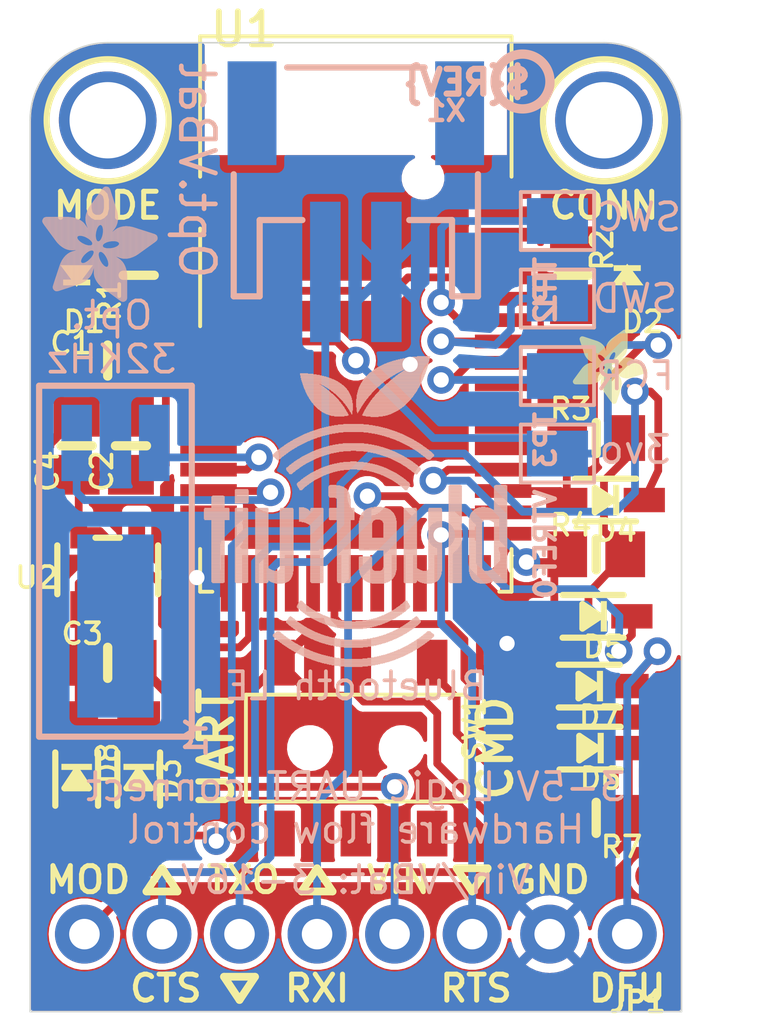
<source format=kicad_pcb>
(kicad_pcb (version 20221018) (generator pcbnew)
  (layers (0 "F.Cu" signal) (31 "B.Cu" signal) (34 "B.Paste" user) (35 "F.Paste" user) (36 "B.SilkS" user "B.Silkscreen") (37 "F.SilkS" user "F.Silkscreen") (38 "B.Mask" user) (39 "F.Mask" user) (44 "Edge.Cuts" user))
  (net 0 "")
  (net 1 "DCC")
  (net 2 "DEC2")
  (net 3 "SWCLK")
  (net 4 "SWDIO/RST_3V")
  (net 5 "GND")
  (net 6 "3.3V")
  (net 7 "VIN")
  (net 8 "CONNECTED_LED")
  (net 9 "N$5")
  (net 10 "N$6")
  (net 11 "DFU_3V")
  (net 12 "N$1")
  (net 13 "N$2")
  (net 14 "CTS_3V")
  (net 15 "RXD_3V")
  (net 16 "FCTRYRST_3V")
  (net 17 "RTS_O")
  (net 18 "TX_O")
  (net 19 "RXD_5V")
  (net 20 "CTS_5V")
  (net 21 "VBAT")
  (net 22 "MODE_LED")
  (net 23 "N$4")
  (net 24 "MODE_5V")
  (net 25 "DFU_5V")
  (net 26 "MODE_3V")
  (net 27 "N$3")
  (footprint "working:SOD-123" (layer "F.Cu") (at 141.3891 113.2586 -90)
    (fp_text reference "D3")
    (fp_text value "MBR120")
  )
  (footprint "working:CHIPLED_0805_NOOUTLINE" (layer "F.Cu") (at 157.3911 96.7486)
    (fp_text reference "D2")
    (fp_text value "GREEN")
  )
  (footprint "working:SOD-323" (layer "F.Cu") (at 156.1719 112.2426 180)
    (fp_text reference "D6")
    (fp_text value "1n4148")
  )
  (footprint "working:0805-NO" (layer "F.Cu") (at 141.1351 102.3366 90)
    (fp_text reference "C2")
    (fp_text value "1uF")
  )
  (footprint "working:ADAFRUIT_2.5MM" (layer "F.Cu") (at 155.6131 98.5266 -90)
    (fp_text reference "U$26" hide)
    (fp_text value "" hide)
  )
  (footprint "working:SOD-323" (layer "F.Cu") (at 156.6799 104.1146 180)
    (fp_text reference "D4")
    (fp_text value "1n4148")
  )
  (footprint "working:0805-NO" (layer "F.Cu") (at 139.3571 102.3366 90)
    (fp_text reference "C4")
    (fp_text value "10uF")
  )
  (footprint "working:0805-NO" (layer "F.Cu") (at 140.3731 99.5426 180)
    (fp_text reference "C1")
    (fp_text value "1uF")
  )
  (footprint "working:0805-NO" (layer "F.Cu") (at 156.3751 105.8926)
    (fp_text reference "R4")
    (fp_text value "100K")
  )
  (footprint "working:0805-NO" (layer "F.Cu") (at 156.3751 114.5286 180)
    (fp_text reference "R7")
    (fp_text value "2K")
  )
  (footprint "working:SOT23-5" (layer "F.Cu") (at 140.3731 106.4006)
    (fp_text reference "U2")
    (fp_text value "MIC5225-3.3")
  )
  (footprint "working:FIDUCIAL_1MM" (layer "F.Cu") (at 158.1531 116.4336)
    (fp_text reference "FID1" hide)
    (fp_text value "FIDUCIAL\"\"" hide)
  )
  (footprint "working:MOUNTINGHOLE_2.5_PLATED" (layer "F.Cu") (at 156.6291 91.6686)
    (fp_text reference "U$28" hide)
    (fp_text value "MOUNTINGHOLE2.5" hide)
  )
  (footprint "working:SOD-123" (layer "F.Cu") (at 139.3571 113.2586 -90)
    (fp_text reference "D8")
    (fp_text value "MBR120")
  )
  (footprint "working:CHIPLED_0805_NOOUTLINE" (layer "F.Cu") (at 139.3571 96.7486 180)
    (fp_text reference "D1")
    (fp_text value "RED")
  )
  (footprint "working:SOD-323" (layer "F.Cu") (at 156.2735 107.9246 180)
    (fp_text reference "D5")
    (fp_text value "1n4148")
  )
  (footprint "working:0805-NO" (layer "F.Cu") (at 156.3751 102.0826)
    (fp_text reference "R3")
    (fp_text value "100K")
  )
  (footprint "working:0805-NO" (layer "F.Cu") (at 155.6131 96.7486 -90)
    (fp_text reference "R2")
    (fp_text value "1K")
  )
  (footprint "working:1X08_ROUND_76" (layer "F.Cu") (at 148.5011 118.3386 180)
    (fp_text reference "JP1")
    (fp_text value "")
  )
  (footprint "working:0805-NO" (layer "F.Cu") (at 140.3731 109.4486)
    (fp_text reference "C3")
    (fp_text value "10uF")
  )
  (footprint "working:BLE_MODULE_RAYTAC_MDBT40" (layer "F.Cu") (at 148.5011 98.0186)
    (fp_text reference "U1")
    (fp_text value "")
  )
  (footprint "working:MOUNTINGHOLE_2.5_PLATED" (layer "F.Cu") (at 140.3731 91.6686)
    (fp_text reference "U$29" hide)
    (fp_text value "MOUNTINGHOLE2.5" hide)
  )
  (footprint "working:FIDUCIAL_1MM" (layer "F.Cu") (at 144.5641 96.1136)
    (fp_text reference "FID2" hide)
    (fp_text value "FIDUCIAL\"\"" hide)
  )
  (footprint "working:EG1390" (layer "F.Cu") (at 148.5011 112.2426 180)
    (fp_text reference "SW1")
    (fp_text value "EG1319")
  )
  (footprint "working:SOD-323" (layer "F.Cu") (at 156.1465 110.2106 180)
    (fp_text reference "D7")
    (fp_text value "1n4148")
  )
  (footprint "working:0805-NO" (layer "F.Cu") (at 141.3891 96.7486 90)
    (fp_text reference "R1")
    (fp_text value "1K")
  )
  (footprint "working:PAD-1.5X2.0" (layer "B.Cu") (at 155.1051 97.5106 90)
    (fp_text reference "TP2")
    (fp_text value "SWDIO")
  )
  (footprint "working:PCBFEAT-REV-040" (layer "B.Cu") (at 153.9621 90.3986 180)
    (fp_text reference "U$24" hide)
    (fp_text value "" hide)
  )
  (footprint "working:BLUEFRUITLOGO_100MM" (layer "B.Cu") (at 153.4541 109.5756 180)
    (fp_text reference "U$9" hide)
    (fp_text value "" hide)
  )
  (footprint "working:PAD-1.5X2.0" (layer "B.Cu") (at 155.1051 102.5906 -90)
    (fp_text reference "VTREF0")
    (fp_text value "FCTRST")
  )
  (footprint "working:JSTPH2" (layer "B.Cu") (at 148.5011 92.9386 180)
    (fp_text reference "X1")
    (fp_text value "JST 2PH")
  )
  (footprint "working:ADAFRUIT_3.5MM" (layer "B.Cu") (at 138.2141 97.6376 90)
    (fp_text reference "U$25" hide)
    (fp_text value "" hide)
  )
  (footprint "working:CRYSTAL_CYL_2X6MM_SMT" (layer "B.Cu") (at 140.6271 104.3686 90)
    (fp_text reference "Y1")
    (fp_text value "32.768kHz (535-9166-2-ND)")
  )
  (footprint "working:PAD-1.5X2.0" (layer "B.Cu") (at 155.1051 100.0506 -90)
    (fp_text reference "TP3")
    (fp_text value "FCTRST")
  )
  (footprint "working:PAD-1.5X2.0" (layer "B.Cu") (at 155.1051 94.9706 -90)
    (fp_text reference "TP1")
    (fp_text value "SWCLK")
  )
  (gr_line (start 142.1511 116.1796) (end 142.6591 116.9416) (stroke (width 0.254)) (layer "F.SilkS"))
  (gr_line (start 141.6431 116.9416) (end 142.1511 116.1796) (stroke (width 0.254)) (layer "F.SilkS"))
  (gr_line (start 147.2311 116.1796) (end 147.7391 116.9416) (stroke (width 0.254)) (layer "F.SilkS"))
  (gr_line (start 144.1831 119.7356) (end 145.1991 119.7356) (stroke (width 0.254)) (layer "F.SilkS"))
  (gr_line (start 146.7231 116.9416) (end 147.2311 116.1796) (stroke (width 0.254)) (layer "F.SilkS"))
  (gr_line (start 152.3111 116.9416) (end 151.8031 116.1796) (stroke (width 0.254)) (layer "F.SilkS"))
  (gr_line (start 151.8031 116.1796) (end 152.8191 116.1796) (stroke (width 0.254)) (layer "F.SilkS"))
  (gr_line (start 142.6591 116.9416) (end 141.6431 116.9416) (stroke (width 0.254)) (layer "F.SilkS"))
  (gr_line (start 147.7391 116.9416) (end 146.7231 116.9416) (stroke (width 0.254)) (layer "F.SilkS"))
  (gr_line (start 152.8191 116.1796) (end 152.3111 116.9416) (stroke (width 0.254)) (layer "F.SilkS"))
  (gr_line (start 144.6911 120.4976) (end 144.1831 119.7356) (stroke (width 0.254)) (layer "F.SilkS"))
  (gr_line (start 145.1991 119.7356) (end 144.6911 120.4976) (stroke (width 0.254)) (layer "F.SilkS"))
  (gr_arc (start 137.8331 91.6686) (mid 138.577049 89.872549) (end 140.3731 89.1286) (stroke (width 0.05)) (layer "Edge.Cuts"))
  (gr_line (start 159.1691 120.8786) (end 137.8331 120.8786) (stroke (width 0.05)) (layer "Edge.Cuts"))
  (gr_line (start 140.3731 89.1286) (end 156.6291 89.1286) (stroke (width 0.05)) (layer "Edge.Cuts"))
  (gr_line (start 137.8331 120.8786) (end 137.8331 91.6686) (stroke (width 0.05)) (layer "Edge.Cuts"))
  (gr_line (start 159.1691 91.6686) (end 159.1691 120.8786) (stroke (width 0.05)) (layer "Edge.Cuts"))
  (gr_arc (start 156.6291 89.1286) (mid 158.425151 89.872549) (end 159.1691 91.6686) (stroke (width 0.05)) (layer "Edge.Cuts"))
  (gr_text "Bluetooth LE" (at 148.5011 110.2106) (layer "B.SilkS") (effects (font (size 0.89408 0.89408) (thickness 0.12192)) (justify mirror)))
  (gr_text "3vo" (at 157.6451 102.4636) (layer "B.SilkS") (effects (font (size 0.89408 0.89408) (thickness 0.12192)) (justify mirror)))
  (gr_text "FCR" (at 157.6451 100.0506) (layer "B.SilkS") (effects (font (size 0.89408 0.89408) (thickness 0.12192)) (justify mirror)))
  (gr_text "Hardware flow control" (at 148.5011 114.9096) (layer "B.SilkS") (effects (font (size 0.89408 0.89408) (thickness 0.12192)) (justify mirror)))
  (gr_text "3-5V Logic UART connect" (at 148.5011 113.5126) (layer "B.SilkS") (effects (font (size 0.89408 0.89408) (thickness 0.12192)) (justify mirror)))
  (gr_text "Vin/VBat: 3-16V" (at 148.5011 116.5606) (layer "B.SilkS") (effects (font (size 0.89408 0.89408) (thickness 0.12192)) (justify mirror)))
  (gr_text "SWD" (at 157.6451 97.5106) (layer "B.SilkS") (effects (font (size 0.89408 0.89408) (thickness 0.12192)) (justify mirror)))
  (gr_text "SWC" (at 157.7721 94.8436) (layer "B.SilkS") (effects (font (size 0.89408 0.89408) (thickness 0.12192)) (justify mirror)))
  (gr_text "Opt.VBat" (at 143.2941 93.3196 -90) (layer "B.SilkS") (effects (font (size 1.1176 1.1176) (thickness 0.1524)) (justify mirror)))
  (gr_text "Opt.\n32KHz" (at 140.5001 98.7806) (layer "B.SilkS") (effects (font (size 0.89408 0.89408) (thickness 0.12192)) (justify mirror)))
  (gr_text "CMD" (at 153.0731 112.2426 90) (layer "F.SilkS") (effects (font (size 1.0668 1.0668) (thickness 0.2032))))
  (gr_text "TXO" (at 144.8181 116.5606) (layer "F.SilkS") (effects (font (size 0.85344 0.85344) (thickness 0.16256))))
  (gr_text "RXI" (at 147.2311 120.1166) (layer "F.SilkS") (effects (font (size 0.85344 0.85344) (thickness 0.16256))))
  (gr_text "CONN" (at 156.6291 94.4626) (layer "F.SilkS") (effects (font (size 0.85344 0.85344) (thickness 0.16256))))
  (gr_text "MODE" (at 140.3731 94.4626) (layer "F.SilkS") (effects (font (size 0.85344 0.85344) (thickness 0.16256))))
  (gr_text "DFU" (at 157.3911 120.1166) (layer "F.SilkS") (effects (font (size 0.85344 0.85344) (thickness 0.16256))))
  (gr_text "MOD" (at 139.7381 116.5606) (layer "F.SilkS") (effects (font (size 0.85344 0.85344) (thickness 0.16256))))
  (gr_text "RTS" (at 152.4381 120.1166) (layer "F.SilkS") (effects (font (size 0.85344 0.85344) (thickness 0.16256))))
  (gr_text "VIN" (at 149.8981 116.5606) (layer "F.SilkS") (effects (font (size 0.85344 0.85344) (thickness 0.16256))))
  (gr_text "GND" (at 154.8511 116.5606) (layer "F.SilkS") (effects (font (size 0.85344 0.85344) (thickness 0.16256))))
  (gr_text "CTS" (at 142.2781 120.1166) (layer "F.SilkS") (effects (font (size 0.85344 0.85344) (thickness 0.16256))))
  (gr_text "UART" (at 143.9291 112.2426 90) (layer "F.SilkS") (effects (font (size 1.0668 1.0668) (thickness 0.2032))))
  (segment (start 153.3261 98.2186) (end 151.8761 98.2186) (width 0.254) (layer "F.Cu") (net 3))
  (segment (start 151.8761 98.2186) (end 151.2951 97.6376) (width 0.254) (layer "F.Cu") (net 3))
  (via (at 151.2951 97.6376) (size 0.9064) (drill 0.5) (layers "F.Cu" "B.Cu") (net 3))
  (segment (start 151.5491 94.9706) (end 151.2951 95.2246) (width 0.254) (layer "B.Cu") (net 3))
  (segment (start 151.2951 95.2246) (end 151.2951 97.6376) (width 0.254) (layer "B.Cu") (net 3))
  (segment (start 155.1051 94.9706) (end 151.5491 94.9706) (width 0.254) (layer "B.Cu") (net 3))
  (segment (start 151.4111 98.9186) (end 151.2951 98.9076) (width 0.254) (layer "F.Cu") (net 4))
  (segment (start 153.3261 98.9186) (end 151.4111 98.9186) (width 0.254) (layer "F.Cu") (net 4))
  (via (at 151.2951 98.9076) (size 0.9064) (drill 0.5) (layers "F.Cu" "B.Cu") (net 4))
  (segment (start 153.0731 99.0346) (end 153.5811 98.5266) (width 0.254) (layer "B.Cu") (net 4))
  (segment (start 153.5811 97.7646) (end 153.8351 97.5106) (width 0.254) (layer "B.Cu") (net 4))
  (segment (start 153.8351 97.5106) (end 155.1051 97.5106) (width 0.254) (layer "B.Cu") (net 4))
  (segment (start 151.2951 98.9076) (end 153.0731 99.0346) (width 0.254) (layer "B.Cu") (net 4))
  (segment (start 153.5811 98.5266) (end 153.5811 97.7646) (width 0.254) (layer "B.Cu") (net 4))
  (segment (start 141.1351 108.9406) (end 141.1351 109.2606) (width 0.254) (layer "F.Cu") (net 5))
  (segment (start 140.3731 107.7007) (end 140.3731 108.1786) (width 0.254) (layer "F.Cu") (net 5))
  (segment (start 141.1351 109.2606) (end 141.3231 109.4486) (width 0.254) (layer "F.Cu") (net 5))
  (segment (start 140.3731 108.1786) (end 141.1351 108.9406) (width 0.254) (layer "F.Cu") (net 5))
  (segment (start 143.4831 106.8436) (end 143.2941 106.6546) (width 0.254) (layer "F.Cu") (net 5))
  (segment (start 144.3011 106.8436) (end 143.4831 106.8436) (width 0.254) (layer "F.Cu") (net 5))
  (via (at 143.2941 106.6546) (size 0.9064) (drill 0.5) (layers "F.Cu" "B.Cu") (net 5))
  (via (at 153.4541 108.8136) (size 0.9064) (drill 0.5) (layers "F.Cu" "B.Cu") (net 5))
  (via (at 150.2791 99.6696) (size 0.9064) (drill 0.5) (layers "F.Cu" "B.Cu") (net 5))
  (segment (start 156.7561 101.5136) (end 156.7561 100.1776) (width 0.254) (layer "F.Cu") (net 6))
  (segment (start 142.0131 98.9186) (end 141.3231 99.5426) (width 0.254) (layer "F.Cu") (net 6))
  (segment (start 156.1211 107.1626) (end 156.2481 107.0356) (width 0.254) (layer "F.Cu") (net 6))
  (segment (start 157.3251 102.7836) (end 157.3251 102.0826) (width 0.254) (layer "F.Cu") (net 6))
  (segment (start 140.3731 105.8926) (end 140.3731 105.3846) (width 0.254) (layer "F.Cu") (net 6))
  (segment (start 140.3731 105.3846) (end 140.1191 105.1306) (width 0.254) (layer "F.Cu") (net 6))
  (segment (start 140.6271 106.1466) (end 140.3731 105.8926) (width 0.254) (layer "F.Cu") (net 6))
  (segment (start 151.8031 111.7346) (end 151.8031 110.5916) (width 0.254) (layer "F.Cu") (net 6))
  (segment (start 141.8971 103.3526) (end 141.1351 103.2866) (width 0.254) (layer "F.Cu") (net 6))
  (segment (start 140.1191 105.1306) (end 139.4532 105.1306) (width 0.254) (layer "F.Cu") (net 6))
  (segment (start 141.1351 103.2866) (end 139.3571 103.2866) (width 0.254) (layer "F.Cu") (net 6))
  (segment (start 139.4231 105.1005) (end 139.4231 103.4186) (width 0.254) (layer "F.Cu") (net 6))
  (segment (start 156.1211 113.2586) (end 153.3271 113.2586) (width 0.254) (layer "F.Cu") (net 6))
  (segment (start 156.6291 103.4796) (end 157.3251 102.7836) (width 0.254) (layer "F.Cu") (net 6))
  (segment (start 141.3891 106.1466) (end 140.6271 106.1466) (width 0.254) (layer "F.Cu") (net 6))
  (segment (start 151.1681 109.9566) (end 150.9951 109.8296) (width 0.254) (layer "F.Cu") (net 6))
  (segment (start 144.6911 108.9406) (end 142.9131 108.9406) (width 0.254) (layer "F.Cu") (net 6))
  (segment (start 139.4532 105.1306) (end 139.4231 105.1005) (width 0.254) (layer "F.Cu") (net 6))
  (segment (start 156.6291 105.1306) (end 157.3251 105.8926) (width 0.254) (layer "F.Cu") (net 6))
  (segment (start 139.4231 103.4186) (end 139.3571 103.2866) (width 0.254) (layer "F.Cu") (net 6))
  (segment (start 142.1511 106.9086) (end 141.3891 106.1466) (width 0.254) (layer "F.Cu") (net 6))
  (segment (start 142.2781 102.9716) (end 141.8971 103.3526) (width 0.254) (layer "F.Cu") (net 6))
  (segment (start 157.3251 102.0826) (end 156.7561 101.5136) (width 0.254) (layer "F.Cu") (net 6))
  (segment (start 145.0011 106.8436) (end 145.0011 108.6306) (width 0.254) (layer "F.Cu") (net 6))
  (segment (start 143.6761 98.9186) (end 147.8771 98.9186) (width 0.254) (layer "F.Cu") (net 6))
  (segment (start 156.7561 100.1776) (end 157.8991 99.0346) (width 0.254) (layer "F.Cu") (net 6))
  (segment (start 141.3231 99.5426) (end 142.2781 100.4316) (width 0.254) (layer "F.Cu") (net 6))
  (segment (start 143.6761 98.9186) (end 142.0131 98.9186) (width 0.254) (layer "F.Cu") (net 6))
  (segment (start 150.9951 109.8296) (end 151.0011 109.4426) (width 0.254) (layer "F.Cu") (net 6))
  (segment (start 147.8771 98.9186) (end 148.5011 99.5426) (width 0.254) (layer "F.Cu") (net 6))
  (segment (start 157.8991 99.0346) (end 158.4071 99.0346) (width 0.254) (layer "F.Cu") (net 6))
  (segment (start 156.6291 103.4796) (end 156.6291 105.1306) (width 0.254) (layer "F.Cu") (net 6))
  (segment (start 151.8031 110.5916) (end 151.1681 109.9566) (width 0.254) (layer "F.Cu") (net 6))
  (segment (start 142.2781 100.4316) (end 142.2781 102.9716) (width 0.254) (layer "F.Cu") (net 6))
  (segment (start 142.1511 108.1786) (end 142.1511 106.9086) (width 0.254) (layer "F.Cu") (net 6))
  (segment (start 156.2481 107.0356) (end 157.3251 105.8926) (width 0.254) (layer "F.Cu") (net 6))
  (segment (start 145.0011 108.6306) (end 144.6911 108.9406) (width 0.254) (layer "F.Cu") (net 6))
  (segment (start 153.3271 113.2586) (end 151.8031 111.7346) (width 0.254) (layer "F.Cu") (net 6))
  (segment (start 142.9131 108.9406) (end 142.1511 108.1786) (width 0.254) (layer "F.Cu") (net 6))
  (segment (start 156.1211 107.1626) (end 156.1211 113.2586) (width 0.254) (layer "F.Cu") (net 6))
  (via (at 158.4071 99.0346) (size 0.9064) (drill 0.5) (layers "F.Cu" "B.Cu") (net 6))
  (via (at 148.5011 99.5426) (size 0.9064) (drill 0.5) (layers "F.Cu" "B.Cu") (net 6))
  (segment (start 156.5021 102.5906) (end 156.7561 102.3366) (width 0.254) (layer "B.Cu") (net 6))
  (segment (start 156.7561 99.5426) (end 157.2641 99.0346) (width 0.254) (layer "B.Cu") (net 6))
  (segment (start 157.2641 99.0346) (end 158.4071 99.0346) (width 0.254) (layer "B.Cu") (net 6))
  (segment (start 155.1051 102.5906) (end 156.5021 102.5906) (width 0.254) (layer "B.Cu") (net 6))
  (segment (start 154.5971 102.0826) (end 155.1051 102.5906) (width 0.254) (layer "B.Cu") (net 6))
  (segment (start 156.7561 102.3366) (end 156.7561 99.5426) (width 0.254) (layer "B.Cu") (net 6))
  (segment (start 148.5011 99.5426) (end 151.0411 102.0826) (width 0.254) (layer "B.Cu") (net 6))
  (segment (start 151.0411 102.0826) (end 154.5971 102.0826) (width 0.254) (layer "B.Cu") (net 6))
  (segment (start 139.3571 115.1086) (end 139.3571 114.5286) (width 0.254) (layer "F.Cu") (net 7))
  (segment (start 140.3731 113.5126) (end 149.7711 113.5126) (width 0.254) (layer "F.Cu") (net 7))
  (segment (start 139.3571 114.5286) (end 140.3731 113.5126) (width 0.254) (layer "F.Cu") (net 7))
  (segment (start 149.5171 113.2586) (end 149.7711 113.5126) (width 0.254) (layer "F.Cu") (net 7))
  (via (at 149.7711 113.5126) (size 0.9064) (drill 0.5) (layers "F.Cu" "B.Cu") (net 7))
  (segment (start 149.7711 113.5126) (end 149.7711 118.3386) (width 0.254) (layer "B.Cu") (net 7))
  (segment (start 153.3261 96.1186) (end 155.2271 96.1186) (width 0.254) (layer "F.Cu") (net 8))
  (segment (start 155.2271 96.1186) (end 155.6131 95.7986) (width 0.254) (layer "F.Cu") (net 8))
  (segment (start 139.3571 95.6986) (end 141.3551 95.6986) (width 0.254) (layer "F.Cu") (net 9))
  (segment (start 141.3551 95.6986) (end 141.3891 95.7986) (width 0.254) (layer "F.Cu") (net 9))
  (segment (start 157.3571 97.7646) (end 157.3911 97.7986) (width 0.254) (layer "F.Cu") (net 10))
  (segment (start 155.6131 97.6986) (end 157.3571 97.7646) (width 0.254) (layer "F.Cu") (net 10))
  (segment (start 154.3431 109.9566) (end 154.5971 110.2106) (width 0.254) (layer "F.Cu") (net 11))
  (segment (start 152.5651 108.5342) (end 152.5651 109.5756) (width 0.254) (layer "F.Cu") (net 11))
  (segment (start 153.2001 110.2106) (end 154.8765 110.2106) (width 0.254) (layer "F.Cu") (net 11))
  (segment (start 152.0011 107.9702) (end 152.5651 108.5342) (width 0.254) (layer "F.Cu") (net 11))
  (segment (start 152.0011 106.8436) (end 152.0011 107.9702) (width 0.254) (layer "F.Cu") (net 11))
  (segment (start 152.5651 109.5756) (end 153.2001 110.2106) (width 0.254) (layer "F.Cu") (net 11))
  (segment (start 154.5971 110.2106) (end 154.8765 110.2106) (width 0.254) (layer "F.Cu") (net 11))
  (segment (start 144.9251 103.1186) (end 145.3261 102.7176) (width 0.254) (layer "F.Cu") (net 12))
  (segment (start 143.6761 103.1186) (end 144.9251 103.1186) (width 0.254) (layer "F.Cu") (net 12))
  (via (at 145.3261 102.7176) (size 0.9064) (drill 0.5) (layers "F.Cu" "B.Cu") (net 12))
  (segment (start 145.3261 102.7176) (end 141.8971 102.7176) (width 0.254) (layer "B.Cu") (net 12))
  (segment (start 141.8971 102.7176) (end 141.8971 102.2436) (width 0.254) (layer "B.Cu") (net 12))
  (segment (start 143.6761 103.8186) (end 145.6651 103.8186) (width 0.254) (layer "F.Cu") (net 13))
  (segment (start 145.6651 103.8186) (end 145.7071 103.8606) (width 0.254) (layer "F.Cu") (net 13))
  (via (at 145.7071 103.8606) (size 0.9064) (drill 0.5) (layers "F.Cu" "B.Cu") (net 13))
  (segment (start 139.6111 104.1146) (end 139.3571 103.8606) (width 0.254) (layer "B.Cu") (net 13))
  (segment (start 145.7071 103.8606) (end 145.4531 104.1146) (width 0.254) (layer "B.Cu") (net 13))
  (segment (start 139.3571 103.8606) (end 139.3571 102.2436) (width 0.254) (layer "B.Cu") (net 13))
  (segment (start 145.4531 104.1146) (end 139.6111 104.1146) (width 0.254) (layer "B.Cu") (net 13))
  (segment (start 153.3261 103.8186) (end 155.1979 103.8186) (width 0.254) (layer "F.Cu") (net 14))
  (segment (start 155.1979 103.8186) (end 155.4099 104.1146) (width 0.254) (layer "F.Cu") (net 14))
  (segment (start 155.4099 102.1334) (end 155.4251 102.0826) (width 0.254) (layer "F.Cu") (net 14))
  (segment (start 155.4099 104.1146) (end 155.4099 102.1334) (width 0.254) (layer "F.Cu") (net 14))
  (segment (start 155.4251 105.8926) (end 155.0035 106.2482) (width 0.254) (layer "F.Cu") (net 15))
  (segment (start 155.0035 106.2482) (end 154.9019 106.1466) (width 0.254) (layer "F.Cu") (net 15))
  (segment (start 151.5291 103.1186) (end 151.0411 103.4796) (width 0.254) (layer "F.Cu") (net 15))
  (segment (start 153.3261 103.1186) (end 151.5291 103.1186) (width 0.254) (layer "F.Cu") (net 15))
  (segment (start 154.9019 106.1466) (end 154.0891 106.1466) (width 0.254) (layer "F.Cu") (net 15))
  (segment (start 155.0035 106.2482) (end 155.0035 107.9246) (width 0.254) (layer "F.Cu") (net 15))
  (via (at 154.0891 106.1466) (size 0.9064) (drill 0.5) (layers "F.Cu" "B.Cu") (net 15))
  (via (at 151.0411 103.4796) (size 0.9064) (drill 0.5) (layers "F.Cu" "B.Cu") (net 15))
  (segment (start 151.0411 103.4796) (end 152.1841 103.4796) (width 0.254) (layer "B.Cu") (net 15))
  (segment (start 152.1841 103.4796) (end 153.3271 104.6226) (width 0.254) (layer "B.Cu") (net 15))
  (segment (start 153.3271 105.3846) (end 154.0891 106.1466) (width 0.254) (layer "B.Cu") (net 15))
  (segment (start 153.3271 104.6226) (end 153.3271 105.3846) (width 0.254) (layer "B.Cu") (net 15))
  (segment (start 153.3261 99.6186) (end 152.2351 99.6186) (width 0.254) (layer "F.Cu") (net 16))
  (segment (start 152.2351 99.6186) (end 151.6761 100.1776) (width 0.254) (layer "F.Cu") (net 16))
  (segment (start 151.6761 100.1776) (end 151.2951 100.1776) (width 0.254) (layer "F.Cu") (net 16))
  (via (at 151.2951 100.1776) (size 0.9064) (drill 0.5) (layers "F.Cu" "B.Cu") (net 16))
  (segment (start 155.1051 100.0506) (end 154.9781 100.1776) (width 0.254) (layer "B.Cu") (net 16))
  (segment (start 154.9781 100.1776) (end 151.2951 100.1776) (width 0.254) (layer "B.Cu") (net 16))
  (segment (start 153.3261 105.2186) (end 151.3831 105.2186) (width 0.254) (layer "F.Cu") (net 17))
  (segment (start 151.3831 105.2186) (end 151.2951 105.2576) (width 0.254) (layer "F.Cu") (net 17))
  (via (at 151.2951 105.2576) (size 0.9064) (drill 0.5) (layers "F.Cu" "B.Cu") (net 17))
  (segment (start 152.3111 118.3386) (end 152.3111 109.1946) (width 0.254) (layer "B.Cu") (net 17))
  (segment (start 151.2951 108.1786) (end 151.2951 105.2576) (width 0.254) (layer "B.Cu") (net 17))
  (segment (start 152.3111 109.1946) (end 151.2951 108.1786) (width 0.254) (layer "B.Cu") (net 17))
  (segment (start 150.1521 103.9876) (end 150.5331 104.3686) (width 0.254) (layer "F.Cu") (net 18))
  (segment (start 151.8031 104.3686) (end 151.9531 104.5186) (width 0.254) (layer "F.Cu") (net 18))
  (segment (start 148.8821 103.9876) (end 150.1521 103.9876) (width 0.254) (layer "F.Cu") (net 18))
  (segment (start 150.5331 104.3686) (end 151.8031 104.3686) (width 0.254) (layer "F.Cu") (net 18))
  (segment (start 153.3261 104.5186) (end 151.9531 104.5186) (width 0.254) (layer "F.Cu") (net 18))
  (via (at 148.8821 103.9876) (size 0.9064) (drill 0.5) (layers "F.Cu" "B.Cu") (net 18))
  (segment (start 147.4851 106.1466) (end 148.8821 104.7496) (width 0.254) (layer "B.Cu") (net 18))
  (segment (start 145.7071 115.7986) (end 145.7071 106.4006) (width 0.254) (layer "B.Cu") (net 18))
  (segment (start 145.7071 106.4006) (end 145.9611 106.1466) (width 0.254) (layer "B.Cu") (net 18))
  (segment (start 145.9611 106.1466) (end 147.4851 106.1466) (width 0.254) (layer "B.Cu") (net 18))
  (segment (start 144.6911 116.8146) (end 145.7071 115.7986) (width 0.254) (layer "B.Cu") (net 18))
  (segment (start 148.8821 104.7496) (end 148.8821 103.9876) (width 0.254) (layer "B.Cu") (net 18))
  (segment (start 144.6911 118.3386) (end 144.6911 116.8146) (width 0.254) (layer "B.Cu") (net 18))
  (segment (start 157.1371 108.9406) (end 157.1117 109.0676) (width 0.254) (layer "F.Cu") (net 19))
  (segment (start 157.5435 107.9246) (end 157.5435 108.5342) (width 0.254) (layer "F.Cu") (net 19))
  (segment (start 157.5435 108.5342) (end 157.1371 108.9406) (width 0.254) (layer "F.Cu") (net 19))
  (via (at 157.1117 109.0676) (size 0.9064) (drill 0.5) (layers "F.Cu" "B.Cu") (net 19))
  (segment (start 157.1371 107.9246) (end 157.1117 109.0676) (width 0.254) (layer "B.Cu") (net 19))
  (segment (start 147.2311 118.3386) (end 147.2311 114.0206) (width 0.254) (layer "B.Cu") (net 19))
  (segment (start 148.2471 113.0046) (end 148.2471 106.9086) (width 0.254) (layer "B.Cu") (net 19))
  (segment (start 153.4541 107.0356) (end 156.2481 107.0356) (width 0.254) (layer "B.Cu") (net 19))
  (segment (start 152.5651 104.8766) (end 152.0571 104.3686) (width 0.254) (layer "B.Cu") (net 19))
  (segment (start 152.5651 106.1466) (end 152.5651 104.8766) (width 0.254) (layer "B.Cu") (net 19))
  (segment (start 152.5651 106.1466) (end 153.4541 107.0356) (width 0.254) (layer "B.Cu") (net 19))
  (segment (start 156.2481 107.0356) (end 157.1371 107.9246) (width 0.254) (layer "B.Cu") (net 19))
  (segment (start 147.2311 114.0206) (end 148.2471 113.0046) (width 0.254) (layer "B.Cu") (net 19))
  (segment (start 152.0571 104.3686) (end 150.7871 104.3686) (width 0.254) (layer "B.Cu") (net 19))
  (segment (start 150.7871 104.3686) (end 148.2471 106.9086) (width 0.254) (layer "B.Cu") (net 19))
  (segment (start 158.4071 103.1494) (end 157.9499 104.1146) (width 0.254) (layer "F.Cu") (net 20))
  (segment (start 158.4071 100.8126) (end 158.4071 103.1494) (width 0.254) (layer "F.Cu") (net 20))
  (segment (start 158.1531 100.5586) (end 158.4071 100.8126) (width 0.254) (layer "F.Cu") (net 20))
  (segment (start 157.6451 100.5586) (end 158.1531 100.5586) (width 0.254) (layer "F.Cu") (net 20))
  (via (at 157.6451 100.5586) (size 0.9064) (drill 0.5) (layers "F.Cu" "B.Cu") (net 20))
  (segment (start 145.1991 106.1466) (end 145.7071 105.6386) (width 0.254) (layer "B.Cu") (net 20))
  (segment (start 147.2311 105.6386) (end 147.9931 104.8766) (width 0.254) (layer "B.Cu") (net 20))
  (segment (start 142.1511 116.5606) (end 142.4051 116.3066) (width 0.254) (layer "B.Cu") (net 20))
  (segment (start 157.6451 103.8606) (end 157.6451 100.5586) (width 0.254) (layer "B.Cu") (net 20))
  (segment (start 157.0101 104.4956) (end 153.9621 104.4956) (width 0.254) (layer "B.Cu") (net 20))
  (segment (start 142.1511 118.3386) (end 142.1511 116.5606) (width 0.254) (layer "B.Cu") (net 20))
  (segment (start 142.4051 116.3066) (end 144.4371 116.3066) (width 0.254) (layer "B.Cu") (net 20))
  (segment (start 147.9931 104.8766) (end 147.9931 103.6066) (width 0.254) (layer "B.Cu") (net 20))
  (segment (start 157.6451 103.8606) (end 157.0101 104.4956) (width 0.254) (layer "B.Cu") (net 20))
  (segment (start 147.9931 103.6066) (end 149.0091 102.5906) (width 0.254) (layer "B.Cu") (net 20))
  (segment (start 144.4371 116.3066) (end 145.1991 115.5446) (width 0.254) (layer "B.Cu") (net 20))
  (segment (start 149.0091 102.5906) (end 152.0571 102.5906) (width 0.254) (layer "B.Cu") (net 20))
  (segment (start 152.0571 102.5906) (end 153.9621 104.4956) (width 0.254) (layer "B.Cu") (net 20))
  (segment (start 145.1991 115.5446) (end 145.1991 106.1466) (width 0.254) (layer "B.Cu") (net 20))
  (segment (start 145.7071 105.6386) (end 147.2311 105.6386) (width 0.254) (layer "B.Cu") (net 20))
  (segment (start 143.7471 115.1086) (end 143.9291 115.2906) (width 0.254) (layer "F.Cu") (net 21))
  (segment (start 141.3891 115.1086) (end 143.7471 115.1086) (width 0.254) (layer "F.Cu") (net 21))
  (via (at 143.9291 115.2906) (size 0.9064) (drill 0.5) (layers "F.Cu" "B.Cu") (net 21))
  (segment (start 147.5011 104.6066) (end 146.9771 105.1306) (width 0.254) (layer "B.Cu") (net 21))
  (segment (start 144.4371 114.7826) (end 143.9291 115.2906) (width 0.254) (layer "B.Cu") (net 21))
  (segment (start 144.4371 105.6386) (end 144.4371 114.7826) (width 0.254) (layer "B.Cu") (net 21))
  (segment (start 144.9451 105.1306) (end 144.4371 105.6386) (width 0.254) (layer "B.Cu") (net 21))
  (segment (start 146.9771 105.1306) (end 144.9451 105.1306) (width 0.254) (layer "B.Cu") (net 21))
  (segment (start 147.5011 96.6386) (end 147.5011 104.6066) (width 0.254) (layer "B.Cu") (net 21))
  (segment (start 149.7711 97.2566) (end 142.6591 97.2566) (width 0.254) (layer "F.Cu") (net 22))
  (segment (start 150.2091 96.8186) (end 149.7711 97.2566) (width 0.254) (layer "F.Cu") (net 22))
  (segment (start 142.6591 97.2566) (end 142.1511 97.7646) (width 0.254) (layer "F.Cu") (net 22))
  (segment (start 153.3261 96.8186) (end 150.2091 96.8186) (width 0.254) (layer "F.Cu") (net 22))
  (segment (start 142.1511 97.7646) (end 141.3891 97.6986) (width 0.254) (layer "F.Cu") (net 22))
  (segment (start 148.7551 110.7186) (end 148.5011 110.4646) (width 0.254) (layer "F.Cu") (net 23))
  (segment (start 151.1681 112.7506) (end 152.9461 114.5286) (width 0.254) (layer "F.Cu") (net 23))
  (segment (start 152.9461 114.5286) (end 155.4251 114.5286) (width 0.254) (layer "F.Cu") (net 23))
  (segment (start 151.1681 111.0996) (end 150.7871 110.7186) (width 0.254) (layer "F.Cu") (net 23))
  (segment (start 148.5011 110.4646) (end 148.5011 109.4426) (width 0.254) (layer "F.Cu") (net 23))
  (segment (start 151.1681 111.0996) (end 151.1681 112.7506) (width 0.254) (layer "F.Cu") (net 23))
  (segment (start 150.7871 110.7186) (end 148.7551 110.7186) (width 0.254) (layer "F.Cu") (net 23))
  (segment (start 156.3751 116.3066) (end 157.3911 115.2906) (width 0.254) (layer "F.Cu") (net 24))
  (segment (start 157.4419 112.2426) (end 157.1371 111.9886) (width 0.254) (layer "F.Cu") (net 24))
  (segment (start 157.4419 114.2238) (end 157.4419 112.2426) (width 0.254) (layer "F.Cu") (net 24))
  (segment (start 157.3251 114.5286) (end 157.4419 114.2238) (width 0.254) (layer "F.Cu") (net 24))
  (segment (start 139.6111 118.3386) (end 141.6431 116.3066) (width 0.254) (layer "F.Cu") (net 24))
  (segment (start 157.1371 111.9886) (end 157.3911 112.2426) (width 0.254) (layer "F.Cu") (net 24))
  (segment (start 141.6431 116.3066) (end 156.3751 116.3066) (width 0.254) (layer "F.Cu") (net 24))
  (segment (start 157.3911 115.2906) (end 157.3251 114.5286) (width 0.254) (layer "F.Cu") (net 24))
  (segment (start 157.4165 110.2106) (end 158.3817 109.0676) (width 0.254) (layer "F.Cu") (net 25))
  (via (at 158.3817 109.0676) (size 0.9064) (drill 0.5) (layers "F.Cu" "B.Cu") (net 25))
  (segment (start 157.3911 110.1852) (end 158.3817 109.0676) (width 0.254) (layer "B.Cu") (net 25))
  (segment (start 157.3911 118.3386) (end 157.3911 110.1852) (width 0.254) (layer "B.Cu") (net 25))
  (segment (start 147.8011 107.9866) (end 147.9931 108.1786) (width 0.254) (layer "F.Cu") (net 26))
  (segment (start 152.0571 109.9566) (end 152.4381 110.3376) (width 0.254) (layer "F.Cu") (net 26))
  (segment (start 152.4381 111.3536) (end 153.3271 112.2426) (width 0.254) (layer "F.Cu") (net 26))
  (segment (start 153.3271 112.2426) (end 154.9019 112.2426) (width 0.254) (layer "F.Cu") (net 26))
  (segment (start 152.4381 110.3376) (end 152.4381 111.3536) (width 0.254) (layer "F.Cu") (net 26))
  (segment (start 151.5491 108.1786) (end 152.0571 108.6866) (width 0.254) (layer "F.Cu") (net 26))
  (segment (start 147.8011 106.8436) (end 147.8011 107.9866) (width 0.254) (layer "F.Cu") (net 26))
  (segment (start 152.0571 108.6866) (end 152.0571 109.9566) (width 0.254) (layer "F.Cu") (net 26))
  (segment (start 147.9931 108.1786) (end 151.5491 108.1786) (width 0.254) (layer "F.Cu") (net 26))
  (segment (start 139.4231 109.4486) (end 139.3571 109.4486) (width 0.254) (layer "F.Cu") (net 27))
  (segment (start 139.6111 106.6546) (end 141.1351 106.6546) (width 0.254) (layer "F.Cu") (net 27))
  (segment (start 139.4231 109.4486) (end 139.4231 111.3426) (width 0.254) (layer "F.Cu") (net 27))
  (segment (start 139.4231 106.8426) (end 139.6111 106.6546) (width 0.254) (layer "F.Cu") (net 27))
  (segment (start 139.3571 111.4086) (end 141.3891 111.4086) (width 0.254) (layer "F.Cu") (net 27))
  (segment (start 139.4231 107.7007) (end 139.4231 106.8426) (width 0.254) (layer "F.Cu") (net 27))
  (segment (start 141.3231 106.8426) (end 141.1351 106.6546) (width 0.254) (layer "F.Cu") (net 27))
  (segment (start 141.3231 107.7007) (end 141.3231 106.8426) (width 0.254) (layer "F.Cu") (net 27))
  (segment (start 139.4231 107.7007) (end 139.4231 109.4486) (width 0.254) (layer "F.Cu") (net 27))
  (segment (start 139.4231 111.3426) (end 139.3571 111.4086) (width 0.254) (layer "F.Cu") (net 27))
  (zone (net 5) (net_name "GND") (layer "F.Cu") (priority 6) (connect_pads (clearance 0.2032)) (min_thickness 0.127) (fill yes (thermal_gap 0.304) (thermal_bridge_width 0.304))
    (polygon (pts (xy 143.5481 92.8116) (xy 153.4541 92.8116) (xy 153.4541 89.0016) (xy 156.632937 89.0016) (xy 156.950599 89.020815) (xy 157.267411 89.078873) (xy 157.574913 89.174695) (xy 157.868625 89.306884) (xy 158.14426 89.473511) (xy 158.397802 89.672148) (xy 158.625552 89.899898) (xy 158.824189 90.15344) (xy 158.990816 90.429075) (xy 159.123005 90.722787) (xy 159.218827 91.030289) (xy 159.276885 91.347101) (xy 159.2961 91.664763) (xy 159.2961 121.0056) (xy 137.7061 121.0056) (xy 137.7061 91.664763) (xy 137.725315 91.347101) (xy 137.783373 91.030289) (xy 137.879195 90.722787) (xy 138.011384 90.429075) (xy 138.178011 90.15344) (xy 138.376648 89.899898) (xy 138.604398 89.672148) (xy 138.85794 89.473511) (xy 139.133575 89.306884) (xy 139.427287 89.174695) (xy 139.734789 89.078873) (xy 140.051601 89.020815) (xy 140.369263 89.0016) (xy 143.5481 89.0016)))
  )
  (zone (net 5) (net_name "GND") (layer "B.Cu") (priority 6) (connect_pads (clearance 0.254)) (min_thickness 0.127) (fill yes (thermal_gap 0.304) (thermal_bridge_width 0.304))
    (polygon (pts (xy 143.5481 92.8116) (xy 153.4541 92.8116) (xy 153.4541 89.0016) (xy 156.632937 89.0016) (xy 156.950599 89.020815) (xy 157.267411 89.078873) (xy 157.574913 89.174695) (xy 157.868625 89.306884) (xy 158.14426 89.473511) (xy 158.397802 89.672148) (xy 158.625552 89.899898) (xy 158.824189 90.15344) (xy 158.990816 90.429075) (xy 159.123005 90.722787) (xy 159.218827 91.030289) (xy 159.276885 91.347101) (xy 159.2961 91.664763) (xy 159.2961 121.0056) (xy 137.7061 121.0056) (xy 137.7061 91.664763) (xy 137.725315 91.347101) (xy 137.783373 91.030289) (xy 137.879195 90.722787) (xy 138.011384 90.429075) (xy 138.178011 90.15344) (xy 138.376648 89.899898) (xy 138.604398 89.672148) (xy 138.85794 89.473511) (xy 139.133575 89.306884) (xy 139.427287 89.174695) (xy 139.734789 89.078873) (xy 140.051601 89.020815) (xy 140.369263 89.0016) (xy 143.5481 89.0016)))
  )
)
</source>
